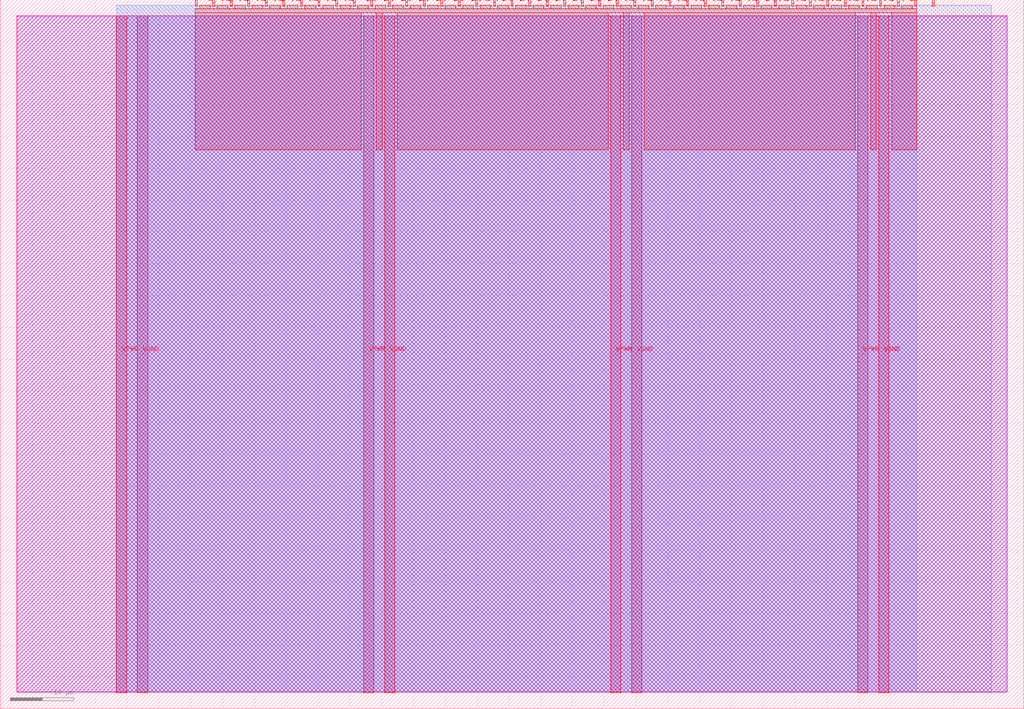
<source format=lef>
VERSION 5.7 ;
  NOWIREEXTENSIONATPIN ON ;
  DIVIDERCHAR "/" ;
  BUSBITCHARS "[]" ;
MACRO tt_um_alexlowl_myTTproject
  CLASS BLOCK ;
  FOREIGN tt_um_alexlowl_myTTproject ;
  ORIGIN 0.000 0.000 ;
  SIZE 161.000 BY 111.520 ;
  PIN VGND
    DIRECTION INOUT ;
    USE GROUND ;
    PORT
      LAYER met4 ;
        RECT 21.580 2.480 23.180 109.040 ;
    END
    PORT
      LAYER met4 ;
        RECT 60.450 2.480 62.050 109.040 ;
    END
    PORT
      LAYER met4 ;
        RECT 99.320 2.480 100.920 109.040 ;
    END
    PORT
      LAYER met4 ;
        RECT 138.190 2.480 139.790 109.040 ;
    END
  END VGND
  PIN VPWR
    DIRECTION INOUT ;
    USE POWER ;
    PORT
      LAYER met4 ;
        RECT 18.280 2.480 19.880 109.040 ;
    END
    PORT
      LAYER met4 ;
        RECT 57.150 2.480 58.750 109.040 ;
    END
    PORT
      LAYER met4 ;
        RECT 96.020 2.480 97.620 109.040 ;
    END
    PORT
      LAYER met4 ;
        RECT 134.890 2.480 136.490 109.040 ;
    END
  END VPWR
  PIN clk
    DIRECTION INPUT ;
    USE SIGNAL ;
    ANTENNAGATEAREA 0.852000 ;
    PORT
      LAYER met4 ;
        RECT 143.830 110.520 144.130 111.520 ;
    END
  END clk
  PIN ena
    DIRECTION INPUT ;
    USE SIGNAL ;
    PORT
      LAYER met4 ;
        RECT 146.590 110.520 146.890 111.520 ;
    END
  END ena
  PIN rst_n
    DIRECTION INPUT ;
    USE SIGNAL ;
    ANTENNAGATEAREA 0.196500 ;
    PORT
      LAYER met4 ;
        RECT 141.070 110.520 141.370 111.520 ;
    END
  END rst_n
  PIN ui_in[0]
    DIRECTION INPUT ;
    USE SIGNAL ;
    ANTENNAGATEAREA 0.196500 ;
    PORT
      LAYER met4 ;
        RECT 138.310 110.520 138.610 111.520 ;
    END
  END ui_in[0]
  PIN ui_in[1]
    DIRECTION INPUT ;
    USE SIGNAL ;
    ANTENNAGATEAREA 0.196500 ;
    PORT
      LAYER met4 ;
        RECT 135.550 110.520 135.850 111.520 ;
    END
  END ui_in[1]
  PIN ui_in[2]
    DIRECTION INPUT ;
    USE SIGNAL ;
    ANTENNAGATEAREA 0.196500 ;
    PORT
      LAYER met4 ;
        RECT 132.790 110.520 133.090 111.520 ;
    END
  END ui_in[2]
  PIN ui_in[3]
    DIRECTION INPUT ;
    USE SIGNAL ;
    PORT
      LAYER met4 ;
        RECT 130.030 110.520 130.330 111.520 ;
    END
  END ui_in[3]
  PIN ui_in[4]
    DIRECTION INPUT ;
    USE SIGNAL ;
    PORT
      LAYER met4 ;
        RECT 127.270 110.520 127.570 111.520 ;
    END
  END ui_in[4]
  PIN ui_in[5]
    DIRECTION INPUT ;
    USE SIGNAL ;
    PORT
      LAYER met4 ;
        RECT 124.510 110.520 124.810 111.520 ;
    END
  END ui_in[5]
  PIN ui_in[6]
    DIRECTION INPUT ;
    USE SIGNAL ;
    PORT
      LAYER met4 ;
        RECT 121.750 110.520 122.050 111.520 ;
    END
  END ui_in[6]
  PIN ui_in[7]
    DIRECTION INPUT ;
    USE SIGNAL ;
    PORT
      LAYER met4 ;
        RECT 118.990 110.520 119.290 111.520 ;
    END
  END ui_in[7]
  PIN uio_in[0]
    DIRECTION INPUT ;
    USE SIGNAL ;
    PORT
      LAYER met4 ;
        RECT 116.230 110.520 116.530 111.520 ;
    END
  END uio_in[0]
  PIN uio_in[1]
    DIRECTION INPUT ;
    USE SIGNAL ;
    PORT
      LAYER met4 ;
        RECT 113.470 110.520 113.770 111.520 ;
    END
  END uio_in[1]
  PIN uio_in[2]
    DIRECTION INPUT ;
    USE SIGNAL ;
    PORT
      LAYER met4 ;
        RECT 110.710 110.520 111.010 111.520 ;
    END
  END uio_in[2]
  PIN uio_in[3]
    DIRECTION INPUT ;
    USE SIGNAL ;
    PORT
      LAYER met4 ;
        RECT 107.950 110.520 108.250 111.520 ;
    END
  END uio_in[3]
  PIN uio_in[4]
    DIRECTION INPUT ;
    USE SIGNAL ;
    PORT
      LAYER met4 ;
        RECT 105.190 110.520 105.490 111.520 ;
    END
  END uio_in[4]
  PIN uio_in[5]
    DIRECTION INPUT ;
    USE SIGNAL ;
    PORT
      LAYER met4 ;
        RECT 102.430 110.520 102.730 111.520 ;
    END
  END uio_in[5]
  PIN uio_in[6]
    DIRECTION INPUT ;
    USE SIGNAL ;
    PORT
      LAYER met4 ;
        RECT 99.670 110.520 99.970 111.520 ;
    END
  END uio_in[6]
  PIN uio_in[7]
    DIRECTION INPUT ;
    USE SIGNAL ;
    PORT
      LAYER met4 ;
        RECT 96.910 110.520 97.210 111.520 ;
    END
  END uio_in[7]
  PIN uio_oe[0]
    DIRECTION OUTPUT ;
    USE SIGNAL ;
    PORT
      LAYER met4 ;
        RECT 49.990 110.520 50.290 111.520 ;
    END
  END uio_oe[0]
  PIN uio_oe[1]
    DIRECTION OUTPUT ;
    USE SIGNAL ;
    PORT
      LAYER met4 ;
        RECT 47.230 110.520 47.530 111.520 ;
    END
  END uio_oe[1]
  PIN uio_oe[2]
    DIRECTION OUTPUT ;
    USE SIGNAL ;
    PORT
      LAYER met4 ;
        RECT 44.470 110.520 44.770 111.520 ;
    END
  END uio_oe[2]
  PIN uio_oe[3]
    DIRECTION OUTPUT ;
    USE SIGNAL ;
    PORT
      LAYER met4 ;
        RECT 41.710 110.520 42.010 111.520 ;
    END
  END uio_oe[3]
  PIN uio_oe[4]
    DIRECTION OUTPUT ;
    USE SIGNAL ;
    PORT
      LAYER met4 ;
        RECT 38.950 110.520 39.250 111.520 ;
    END
  END uio_oe[4]
  PIN uio_oe[5]
    DIRECTION OUTPUT ;
    USE SIGNAL ;
    PORT
      LAYER met4 ;
        RECT 36.190 110.520 36.490 111.520 ;
    END
  END uio_oe[5]
  PIN uio_oe[6]
    DIRECTION OUTPUT ;
    USE SIGNAL ;
    PORT
      LAYER met4 ;
        RECT 33.430 110.520 33.730 111.520 ;
    END
  END uio_oe[6]
  PIN uio_oe[7]
    DIRECTION OUTPUT ;
    USE SIGNAL ;
    PORT
      LAYER met4 ;
        RECT 30.670 110.520 30.970 111.520 ;
    END
  END uio_oe[7]
  PIN uio_out[0]
    DIRECTION OUTPUT ;
    USE SIGNAL ;
    PORT
      LAYER met4 ;
        RECT 72.070 110.520 72.370 111.520 ;
    END
  END uio_out[0]
  PIN uio_out[1]
    DIRECTION OUTPUT ;
    USE SIGNAL ;
    PORT
      LAYER met4 ;
        RECT 69.310 110.520 69.610 111.520 ;
    END
  END uio_out[1]
  PIN uio_out[2]
    DIRECTION OUTPUT ;
    USE SIGNAL ;
    PORT
      LAYER met4 ;
        RECT 66.550 110.520 66.850 111.520 ;
    END
  END uio_out[2]
  PIN uio_out[3]
    DIRECTION OUTPUT ;
    USE SIGNAL ;
    PORT
      LAYER met4 ;
        RECT 63.790 110.520 64.090 111.520 ;
    END
  END uio_out[3]
  PIN uio_out[4]
    DIRECTION OUTPUT ;
    USE SIGNAL ;
    PORT
      LAYER met4 ;
        RECT 61.030 110.520 61.330 111.520 ;
    END
  END uio_out[4]
  PIN uio_out[5]
    DIRECTION OUTPUT ;
    USE SIGNAL ;
    PORT
      LAYER met4 ;
        RECT 58.270 110.520 58.570 111.520 ;
    END
  END uio_out[5]
  PIN uio_out[6]
    DIRECTION OUTPUT ;
    USE SIGNAL ;
    PORT
      LAYER met4 ;
        RECT 55.510 110.520 55.810 111.520 ;
    END
  END uio_out[6]
  PIN uio_out[7]
    DIRECTION OUTPUT ;
    USE SIGNAL ;
    PORT
      LAYER met4 ;
        RECT 52.750 110.520 53.050 111.520 ;
    END
  END uio_out[7]
  PIN uo_out[0]
    DIRECTION OUTPUT ;
    USE SIGNAL ;
    ANTENNADIFFAREA 1.242000 ;
    PORT
      LAYER met4 ;
        RECT 94.150 110.520 94.450 111.520 ;
    END
  END uo_out[0]
  PIN uo_out[1]
    DIRECTION OUTPUT ;
    USE SIGNAL ;
    ANTENNADIFFAREA 0.934000 ;
    PORT
      LAYER met4 ;
        RECT 91.390 110.520 91.690 111.520 ;
    END
  END uo_out[1]
  PIN uo_out[2]
    DIRECTION OUTPUT ;
    USE SIGNAL ;
    ANTENNADIFFAREA 1.242000 ;
    PORT
      LAYER met4 ;
        RECT 88.630 110.520 88.930 111.520 ;
    END
  END uo_out[2]
  PIN uo_out[3]
    DIRECTION OUTPUT ;
    USE SIGNAL ;
    ANTENNADIFFAREA 0.445500 ;
    PORT
      LAYER met4 ;
        RECT 85.870 110.520 86.170 111.520 ;
    END
  END uo_out[3]
  PIN uo_out[4]
    DIRECTION OUTPUT ;
    USE SIGNAL ;
    ANTENNADIFFAREA 0.891000 ;
    PORT
      LAYER met4 ;
        RECT 83.110 110.520 83.410 111.520 ;
    END
  END uo_out[4]
  PIN uo_out[5]
    DIRECTION OUTPUT ;
    USE SIGNAL ;
    ANTENNADIFFAREA 0.445500 ;
    PORT
      LAYER met4 ;
        RECT 80.350 110.520 80.650 111.520 ;
    END
  END uo_out[5]
  PIN uo_out[6]
    DIRECTION OUTPUT ;
    USE SIGNAL ;
    ANTENNADIFFAREA 0.445500 ;
    PORT
      LAYER met4 ;
        RECT 77.590 110.520 77.890 111.520 ;
    END
  END uo_out[6]
  PIN uo_out[7]
    DIRECTION OUTPUT ;
    USE SIGNAL ;
    ANTENNADIFFAREA 0.445500 ;
    PORT
      LAYER met4 ;
        RECT 74.830 110.520 75.130 111.520 ;
    END
  END uo_out[7]
  OBS
      LAYER nwell ;
        RECT 2.570 2.635 158.430 108.990 ;
      LAYER li1 ;
        RECT 2.760 2.635 158.240 108.885 ;
      LAYER met1 ;
        RECT 2.760 2.480 158.240 109.040 ;
      LAYER met2 ;
        RECT 18.310 2.535 155.840 110.685 ;
      LAYER met3 ;
        RECT 18.290 2.555 144.170 110.665 ;
      LAYER met4 ;
        RECT 31.370 110.120 33.030 110.665 ;
        RECT 34.130 110.120 35.790 110.665 ;
        RECT 36.890 110.120 38.550 110.665 ;
        RECT 39.650 110.120 41.310 110.665 ;
        RECT 42.410 110.120 44.070 110.665 ;
        RECT 45.170 110.120 46.830 110.665 ;
        RECT 47.930 110.120 49.590 110.665 ;
        RECT 50.690 110.120 52.350 110.665 ;
        RECT 53.450 110.120 55.110 110.665 ;
        RECT 56.210 110.120 57.870 110.665 ;
        RECT 58.970 110.120 60.630 110.665 ;
        RECT 61.730 110.120 63.390 110.665 ;
        RECT 64.490 110.120 66.150 110.665 ;
        RECT 67.250 110.120 68.910 110.665 ;
        RECT 70.010 110.120 71.670 110.665 ;
        RECT 72.770 110.120 74.430 110.665 ;
        RECT 75.530 110.120 77.190 110.665 ;
        RECT 78.290 110.120 79.950 110.665 ;
        RECT 81.050 110.120 82.710 110.665 ;
        RECT 83.810 110.120 85.470 110.665 ;
        RECT 86.570 110.120 88.230 110.665 ;
        RECT 89.330 110.120 90.990 110.665 ;
        RECT 92.090 110.120 93.750 110.665 ;
        RECT 94.850 110.120 96.510 110.665 ;
        RECT 97.610 110.120 99.270 110.665 ;
        RECT 100.370 110.120 102.030 110.665 ;
        RECT 103.130 110.120 104.790 110.665 ;
        RECT 105.890 110.120 107.550 110.665 ;
        RECT 108.650 110.120 110.310 110.665 ;
        RECT 111.410 110.120 113.070 110.665 ;
        RECT 114.170 110.120 115.830 110.665 ;
        RECT 116.930 110.120 118.590 110.665 ;
        RECT 119.690 110.120 121.350 110.665 ;
        RECT 122.450 110.120 124.110 110.665 ;
        RECT 125.210 110.120 126.870 110.665 ;
        RECT 127.970 110.120 129.630 110.665 ;
        RECT 130.730 110.120 132.390 110.665 ;
        RECT 133.490 110.120 135.150 110.665 ;
        RECT 136.250 110.120 137.910 110.665 ;
        RECT 139.010 110.120 140.670 110.665 ;
        RECT 141.770 110.120 143.430 110.665 ;
        RECT 30.655 109.440 144.145 110.120 ;
        RECT 30.655 87.895 56.750 109.440 ;
        RECT 59.150 87.895 60.050 109.440 ;
        RECT 62.450 87.895 95.620 109.440 ;
        RECT 98.020 87.895 98.920 109.440 ;
        RECT 101.320 87.895 134.490 109.440 ;
        RECT 136.890 87.895 137.790 109.440 ;
        RECT 140.190 87.895 144.145 109.440 ;
  END
END tt_um_alexlowl_myTTproject
END LIBRARY


</source>
